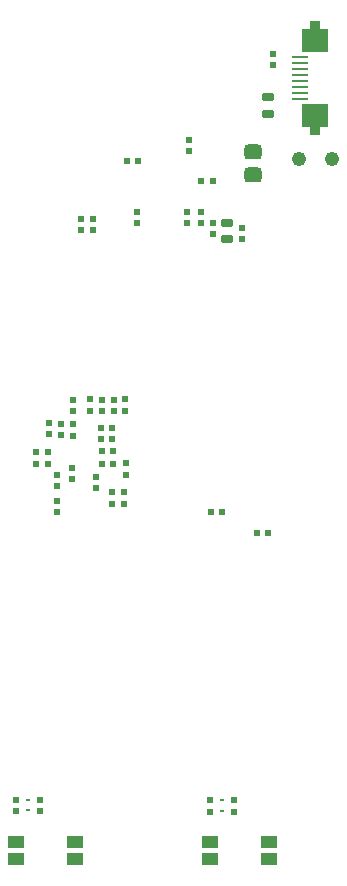
<source format=gbp>
G04 Layer_Color=128*
%FSLAX24Y24*%
%MOIN*%
G70*
G01*
G75*
G04:AMPARAMS|DCode=101|XSize=20mil|YSize=22mil|CornerRadius=3.4mil|HoleSize=0mil|Usage=FLASHONLY|Rotation=270.000|XOffset=0mil|YOffset=0mil|HoleType=Round|Shape=RoundedRectangle|*
%AMROUNDEDRECTD101*
21,1,0.0200,0.0152,0,0,270.0*
21,1,0.0132,0.0220,0,0,270.0*
1,1,0.0068,-0.0076,-0.0066*
1,1,0.0068,-0.0076,0.0066*
1,1,0.0068,0.0076,0.0066*
1,1,0.0068,0.0076,-0.0066*
%
%ADD101ROUNDEDRECTD101*%
G04:AMPARAMS|DCode=102|XSize=20mil|YSize=22mil|CornerRadius=3.4mil|HoleSize=0mil|Usage=FLASHONLY|Rotation=180.000|XOffset=0mil|YOffset=0mil|HoleType=Round|Shape=RoundedRectangle|*
%AMROUNDEDRECTD102*
21,1,0.0200,0.0152,0,0,180.0*
21,1,0.0132,0.0220,0,0,180.0*
1,1,0.0068,-0.0066,0.0076*
1,1,0.0068,0.0066,0.0076*
1,1,0.0068,0.0066,-0.0076*
1,1,0.0068,-0.0066,-0.0076*
%
%ADD102ROUNDEDRECTD102*%
%ADD104R,0.0138X0.0098*%
G04:AMPARAMS|DCode=106|XSize=27.1mil|YSize=37.4mil|CornerRadius=4.8mil|HoleSize=0mil|Usage=FLASHONLY|Rotation=90.000|XOffset=0mil|YOffset=0mil|HoleType=Round|Shape=RoundedRectangle|*
%AMROUNDEDRECTD106*
21,1,0.0271,0.0277,0,0,90.0*
21,1,0.0175,0.0374,0,0,90.0*
1,1,0.0097,0.0139,0.0087*
1,1,0.0097,0.0139,-0.0087*
1,1,0.0097,-0.0139,-0.0087*
1,1,0.0097,-0.0139,0.0087*
%
%ADD106ROUNDEDRECTD106*%
G04:AMPARAMS|DCode=120|XSize=50mil|YSize=58mil|CornerRadius=12mil|HoleSize=0mil|Usage=FLASHONLY|Rotation=270.000|XOffset=0mil|YOffset=0mil|HoleType=Round|Shape=RoundedRectangle|*
%AMROUNDEDRECTD120*
21,1,0.0500,0.0340,0,0,270.0*
21,1,0.0260,0.0580,0,0,270.0*
1,1,0.0240,-0.0170,-0.0130*
1,1,0.0240,-0.0170,0.0130*
1,1,0.0240,0.0170,0.0130*
1,1,0.0240,0.0170,-0.0130*
%
%ADD120ROUNDEDRECTD120*%
%ADD178R,0.0531X0.0098*%
%ADD179R,0.0531X0.0393*%
G04:AMPARAMS|DCode=180|XSize=48mil|YSize=48mil|CornerRadius=24mil|HoleSize=0mil|Usage=FLASHONLY|Rotation=90.000|XOffset=0mil|YOffset=0mil|HoleType=Round|Shape=RoundedRectangle|*
%AMROUNDEDRECTD180*
21,1,0.0480,0.0000,0,0,90.0*
21,1,0.0000,0.0480,0,0,90.0*
1,1,0.0480,0.0000,0.0000*
1,1,0.0480,0.0000,0.0000*
1,1,0.0480,0.0000,0.0000*
1,1,0.0480,0.0000,0.0000*
%
%ADD180ROUNDEDRECTD180*%
G36*
X14695Y27957D02*
X14695Y27954D01*
X14696Y27952D01*
X14698Y27950D01*
X14700Y27948D01*
X14702Y27947D01*
X14705Y27947D01*
X14970D01*
Y27199D01*
X14085D01*
Y27947D01*
X14350D01*
X14353Y27947D01*
X14355Y27948D01*
X14358Y27950D01*
X14359Y27952D01*
X14360Y27954D01*
X14360Y27957D01*
Y28222D01*
X14695D01*
Y27957D01*
D02*
G37*
G36*
X14970Y24699D02*
X14705D01*
X14702Y24699D01*
X14700Y24698D01*
X14698Y24696D01*
X14696Y24694D01*
X14695Y24692D01*
X14695Y24689D01*
Y24423D01*
X14360D01*
Y24689D01*
X14360Y24692D01*
X14359Y24694D01*
X14358Y24696D01*
X14355Y24698D01*
X14353Y24699D01*
X14350Y24699D01*
X14085D01*
Y25447D01*
X14970D01*
Y24699D01*
D02*
G37*
D101*
X4577Y2276D02*
D03*
Y1897D02*
D03*
X11043Y2246D02*
D03*
Y1867D02*
D03*
X13140Y26751D02*
D03*
Y27130D02*
D03*
X5374Y2276D02*
D03*
Y1897D02*
D03*
X11841Y2246D02*
D03*
Y1867D02*
D03*
X10260Y21870D02*
D03*
Y21493D02*
D03*
X12090Y20960D02*
D03*
Y21337D02*
D03*
X11140Y21110D02*
D03*
Y21487D02*
D03*
X10740Y21870D02*
D03*
Y21493D02*
D03*
X10320Y23890D02*
D03*
Y24267D02*
D03*
X8590Y21870D02*
D03*
Y21493D02*
D03*
X6460Y15590D02*
D03*
Y15213D02*
D03*
X7030Y15610D02*
D03*
Y15233D02*
D03*
X5950Y12710D02*
D03*
Y13087D02*
D03*
X6060Y14430D02*
D03*
Y14807D02*
D03*
X8210Y15610D02*
D03*
Y15233D02*
D03*
X5950Y11860D02*
D03*
Y12237D02*
D03*
X6450Y13330D02*
D03*
Y12953D02*
D03*
X5230Y13850D02*
D03*
Y13473D02*
D03*
X6460Y14780D02*
D03*
Y14403D02*
D03*
X7430Y15230D02*
D03*
Y15607D02*
D03*
X7760Y12510D02*
D03*
Y12133D02*
D03*
X5630Y13470D02*
D03*
Y13847D02*
D03*
X5660Y14830D02*
D03*
Y14453D02*
D03*
X7220Y12660D02*
D03*
Y13037D02*
D03*
X7820Y15230D02*
D03*
Y15607D02*
D03*
X8160Y12510D02*
D03*
Y12133D02*
D03*
X8250Y13479D02*
D03*
Y13100D02*
D03*
X6740Y21261D02*
D03*
Y21640D02*
D03*
X7124Y21261D02*
D03*
Y21640D02*
D03*
D102*
X10750Y22880D02*
D03*
X11127D02*
D03*
X8640Y23570D02*
D03*
X8263D02*
D03*
X7440Y13470D02*
D03*
X7817D02*
D03*
X7400Y14670D02*
D03*
X7777D02*
D03*
X7816Y13878D02*
D03*
X7439D02*
D03*
X7780Y14290D02*
D03*
X7403D02*
D03*
X12970Y11170D02*
D03*
X12593D02*
D03*
X11437Y11870D02*
D03*
X11060D02*
D03*
D104*
X4970Y2274D02*
D03*
Y1919D02*
D03*
X11437Y2254D02*
D03*
Y1900D02*
D03*
D106*
X12980Y25678D02*
D03*
Y25142D02*
D03*
X11610Y21498D02*
D03*
Y20962D02*
D03*
D120*
X12461Y23854D02*
D03*
Y23100D02*
D03*
D178*
X14035Y27012D02*
D03*
Y26815D02*
D03*
Y26618D02*
D03*
Y26421D02*
D03*
Y26224D02*
D03*
Y26028D02*
D03*
Y25831D02*
D03*
Y25634D02*
D03*
D179*
X13004Y864D02*
D03*
X11036D02*
D03*
X13004Y293D02*
D03*
X11036D02*
D03*
X4576Y303D02*
D03*
X6544D02*
D03*
X4576Y874D02*
D03*
X6544D02*
D03*
D180*
X14000Y23640D02*
D03*
X15090D02*
D03*
M02*

</source>
